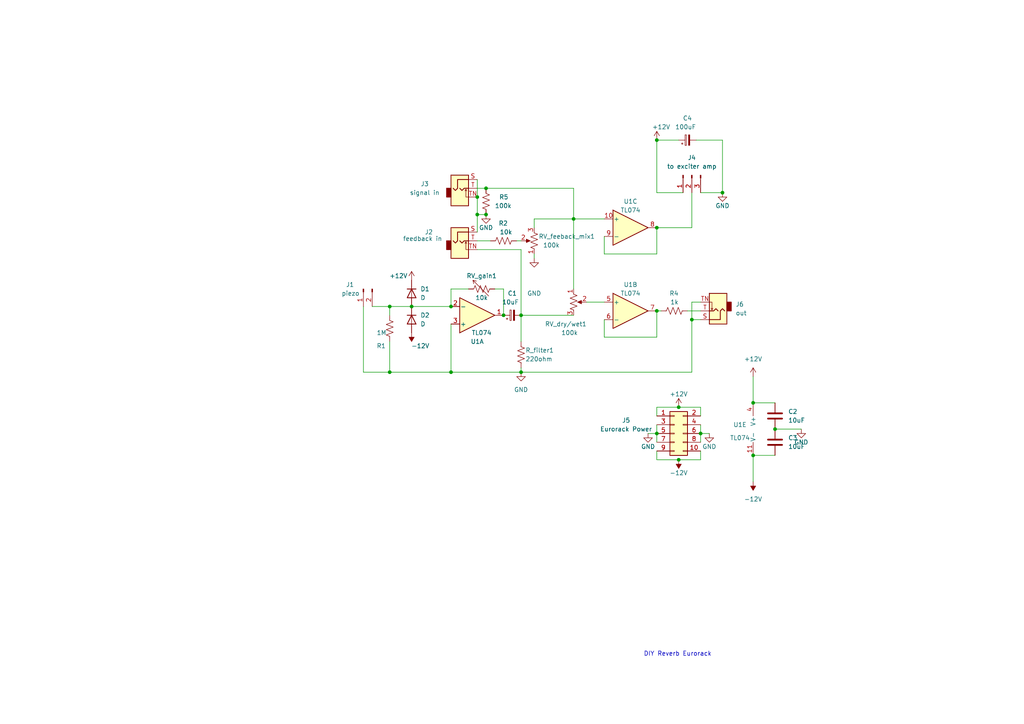
<source format=kicad_sch>
(kicad_sch (version 20211123) (generator eeschema)
  (paper "A4")
  (lib_symbols
    (symbol "Amplifier_Operational:TL074" (pin_names (offset 0.127))
      (property "Reference" "U" (at 0 5.08 0))
      (property "Value" "TL074" (at 0 -5.08 0))
      (symbol "TL074_1_1"
        (polyline (pts (xy -5.08 5.08) (xy 5.08 0) (xy -5.08 -5.08) (xy -5.08 5.08)) (stroke (width 0.254)) (fill (type background)))
        (pin output line (at 7.62 0 180) (length 2.54) (name "~") (number "1"))
        (pin input line (at -7.62 -2.54 0) (length 2.54) (name "-") (number "2"))
        (pin input line (at -7.62 2.54 0) (length 2.54) (name "+") (number "3"))
      )
      (symbol "TL074_2_1"
        (polyline (pts (xy -5.08 5.08) (xy 5.08 0) (xy -5.08 -5.08) (xy -5.08 5.08)) (stroke (width 0.254)) (fill (type background)))
        (pin input line (at -7.62 2.54 0) (length 2.54) (name "+") (number "5"))
        (pin input line (at -7.62 -2.54 0) (length 2.54) (name "-") (number "6"))
        (pin output line (at 7.62 0 180) (length 2.54) (name "~") (number "7"))
      )
      (symbol "TL074_3_1"
        (polyline (pts (xy -5.08 5.08) (xy 5.08 0) (xy -5.08 -5.08) (xy -5.08 5.08)) (stroke (width 0.254)) (fill (type background)))
        (pin input line (at -7.62 2.54 0) (length 2.54) (name "+") (number "10"))
        (pin output line (at 7.62 0 180) (length 2.54) (name "~") (number "8"))
        (pin input line (at -7.62 -2.54 0) (length 2.54) (name "-") (number "9"))
      )
      (symbol "TL074_4_1"
        (polyline (pts (xy -5.08 5.08) (xy 5.08 0) (xy -5.08 -5.08) (xy -5.08 5.08)) (stroke (width 0.254)) (fill (type background)))
        (pin input line (at -7.62 2.54 0) (length 2.54) (name "+") (number "12"))
        (pin input line (at -7.62 -2.54 0) (length 2.54) (name "-") (number "13"))
        (pin output line (at 7.62 0 180) (length 2.54) (name "~") (number "14"))
      )
      (symbol "TL074_5_1"
        (pin power_in line (at -2.54 -7.62 90) (length 3.81) (name "V-") (number "11"))
        (pin power_in line (at -2.54 7.62 270) (length 3.81) (name "V+") (number "4"))
      )
    )
    (symbol "Connector:AudioJack2_SwitchT"
      (property "Reference" "J" (at 0 8.89 0))
      (property "Value" "AudioJack2_SwitchT" (at 0 6.35 0))
      (symbol "AudioJack2_SwitchT_0_1"
        (rectangle (start -2.54 0) (end -3.81 -2.54) (stroke (width 0.254)) (fill (type outline)))
        (polyline (pts (xy 1.778 -0.254) (xy 2.032 -0.762)))
        (polyline (pts (xy 0 0) (xy 0.635 -0.635) (xy 1.27 0) (xy 2.54 0)) (stroke (width 0.254)))
        (polyline (pts (xy 2.54 -2.54) (xy 1.778 -2.54) (xy 1.778 -0.254) (xy 1.524 -0.762)))
        (polyline (pts (xy 2.54 2.54) (xy -0.635 2.54) (xy -0.635 0) (xy -1.27 -0.635) (xy -1.905 0)) (stroke (width 0.254)))
        (rectangle (start 2.54 3.81) (end -2.54 -5.08) (stroke (width 0.254)) (fill (type background)))
      )
      (symbol "AudioJack2_SwitchT_1_1"
        (pin passive line (at 5.08 2.54 180) (length 2.54) (name "~") (number "S"))
        (pin passive line (at 5.08 0 180) (length 2.54) (name "~") (number "T"))
        (pin passive line (at 5.08 -2.54 180) (length 2.54) (name "~") (number "TN"))
      )
    )
    (symbol "Connector:Conn_01x02_Male" (pin_names (offset 1.016) hide)
      (property "Reference" "J" (at 0 2.54 0))
      (property "Value" "Conn_01x02_Male" (at 0 -5.08 0))
      (symbol "Conn_01x02_Male_1_1"
        (polyline (pts (xy 1.27 -2.54) (xy 0.8636 -2.54)) (stroke (width 0.1524)))
        (polyline (pts (xy 1.27 0) (xy 0.8636 0)) (stroke (width 0.1524)))
        (rectangle (start 0.8636 -2.413) (end 0 -2.667) (stroke (width 0.1524)) (fill (type outline)))
        (rectangle (start 0.8636 0.127) (end 0 -0.127) (stroke (width 0.1524)) (fill (type outline)))
        (pin passive line (at 5.08 0 180) (length 3.81) (name "Pin_1") (number "1"))
        (pin passive line (at 5.08 -2.54 180) (length 3.81) (name "Pin_2") (number "2"))
      )
    )
    (symbol "Connector:Conn_01x03_Male" (pin_names (offset 1.016) hide)
      (property "Reference" "J" (at 0 5.08 0))
      (property "Value" "Conn_01x03_Male" (at 0 -5.08 0))
      (symbol "Conn_01x03_Male_1_1"
        (polyline (pts (xy 1.27 -2.54) (xy 0.8636 -2.54)) (stroke (width 0.1524)))
        (polyline (pts (xy 1.27 0) (xy 0.8636 0)) (stroke (width 0.1524)))
        (polyline (pts (xy 1.27 2.54) (xy 0.8636 2.54)) (stroke (width 0.1524)))
        (rectangle (start 0.8636 -2.413) (end 0 -2.667) (stroke (width 0.1524)) (fill (type outline)))
        (rectangle (start 0.8636 0.127) (end 0 -0.127) (stroke (width 0.1524)) (fill (type outline)))
        (rectangle (start 0.8636 2.667) (end 0 2.413) (stroke (width 0.1524)) (fill (type outline)))
        (pin passive line (at 5.08 2.54 180) (length 3.81) (name "Pin_1") (number "1"))
        (pin passive line (at 5.08 0 180) (length 3.81) (name "Pin_2") (number "2"))
        (pin passive line (at 5.08 -2.54 180) (length 3.81) (name "Pin_3") (number "3"))
      )
    )
    (symbol "Connector_Generic:Conn_02x05_Odd_Even" (pin_names (offset 1.016) hide)
      (property "Reference" "J" (at 1.27 7.62 0))
      (property "Value" "Conn_02x05_Odd_Even" (at 1.27 -7.62 0))
      (symbol "Conn_02x05_Odd_Even_1_1"
        (rectangle (start -1.27 -4.953) (end 0 -5.207) (stroke (width 0.1524)))
        (rectangle (start -1.27 -2.413) (end 0 -2.667) (stroke (width 0.1524)))
        (rectangle (start -1.27 0.127) (end 0 -0.127) (stroke (width 0.1524)))
        (rectangle (start -1.27 2.667) (end 0 2.413) (stroke (width 0.1524)))
        (rectangle (start -1.27 5.207) (end 0 4.953) (stroke (width 0.1524)))
        (rectangle (start -1.27 6.35) (end 3.81 -6.35) (stroke (width 0.254)) (fill (type background)))
        (rectangle (start 3.81 -4.953) (end 2.54 -5.207) (stroke (width 0.1524)))
        (rectangle (start 3.81 -2.413) (end 2.54 -2.667) (stroke (width 0.1524)))
        (rectangle (start 3.81 0.127) (end 2.54 -0.127) (stroke (width 0.1524)))
        (rectangle (start 3.81 2.667) (end 2.54 2.413) (stroke (width 0.1524)))
        (rectangle (start 3.81 5.207) (end 2.54 4.953) (stroke (width 0.1524)))
        (pin passive line (at -5.08 5.08 0) (length 3.81) (name "Pin_1") (number "1"))
        (pin passive line (at 7.62 -5.08 180) (length 3.81) (name "Pin_10") (number "10"))
        (pin passive line (at 7.62 5.08 180) (length 3.81) (name "Pin_2") (number "2"))
        (pin passive line (at -5.08 2.54 0) (length 3.81) (name "Pin_3") (number "3"))
        (pin passive line (at 7.62 2.54 180) (length 3.81) (name "Pin_4") (number "4"))
        (pin passive line (at -5.08 0 0) (length 3.81) (name "Pin_5") (number "5"))
        (pin passive line (at 7.62 0 180) (length 3.81) (name "Pin_6") (number "6"))
        (pin passive line (at -5.08 -2.54 0) (length 3.81) (name "Pin_7") (number "7"))
        (pin passive line (at 7.62 -2.54 180) (length 3.81) (name "Pin_8") (number "8"))
        (pin passive line (at -5.08 -5.08 0) (length 3.81) (name "Pin_9") (number "9"))
      )
    )
    (symbol "Device:C" (pin_numbers hide) (pin_names (offset 0.254))
      (property "Reference" "C" (at 0.635 2.54 0))
      (property "Value" "C" (at 0.635 -2.54 0))
      (symbol "C_0_1"
        (polyline (pts (xy -2.032 -0.762) (xy 2.032 -0.762)) (stroke (width 0.508)))
        (polyline (pts (xy -2.032 0.762) (xy 2.032 0.762)) (stroke (width 0.508)))
      )
      (symbol "C_1_1"
        (pin passive line (at 0 3.81 270) (length 2.794) (name "~") (number "1"))
        (pin passive line (at 0 -3.81 90) (length 2.794) (name "~") (number "2"))
      )
    )
    (symbol "Device:C_Polarized_Small" (pin_numbers hide) (pin_names (offset 0.254) hide)
      (property "Reference" "C" (at 0.254 1.778 0))
      (property "Value" "C_Polarized_Small" (at 0.254 -2.032 0))
      (symbol "C_Polarized_Small_0_1"
        (rectangle (start -1.524 -0.3048) (end 1.524 -0.6858) (fill (type outline)))
        (rectangle (start -1.524 0.6858) (end 1.524 0.3048))
        (polyline (pts (xy -1.27 1.524) (xy -0.762 1.524)))
        (polyline (pts (xy -1.016 1.27) (xy -1.016 1.778)))
      )
      (symbol "C_Polarized_Small_1_1"
        (pin passive line (at 0 2.54 270) (length 1.8542) (name "~") (number "1"))
        (pin passive line (at 0 -2.54 90) (length 1.8542) (name "~") (number "2"))
      )
    )
    (symbol "Device:D" (pin_numbers hide) (pin_names (offset 1.016) hide)
      (property "Reference" "D" (at 0 2.54 0))
      (property "Value" "D" (at 0 -2.54 0))
      (symbol "D_0_1"
        (polyline (pts (xy -1.27 1.27) (xy -1.27 -1.27)) (stroke (width 0.254)))
        (polyline (pts (xy 1.27 0) (xy -1.27 0)))
        (polyline (pts (xy 1.27 1.27) (xy 1.27 -1.27) (xy -1.27 0) (xy 1.27 1.27)) (stroke (width 0.254)))
      )
      (symbol "D_1_1"
        (pin passive line (at -3.81 0 0) (length 2.54) (name "K") (number "1"))
        (pin passive line (at 3.81 0 180) (length 2.54) (name "A") (number "2"))
      )
    )
    (symbol "Device:R_Potentiometer_US" (pin_names (offset 1.016) hide)
      (property "Reference" "RV" (at -4.445 0 90))
      (property "Value" "R_Potentiometer_US" (at -2.54 0 90))
      (symbol "R_Potentiometer_US_0_1"
        (polyline (pts (xy 0 -2.286) (xy 0 -2.54)))
        (polyline (pts (xy 0 2.54) (xy 0 2.286)))
        (polyline (pts (xy 2.54 0) (xy 1.524 0)))
        (polyline (pts (xy 1.143 0) (xy 2.286 0.508) (xy 2.286 -0.508) (xy 1.143 0)) (fill (type outline)))
        (polyline (pts (xy 0 -0.762) (xy 1.016 -1.143) (xy 0 -1.524) (xy -1.016 -1.905) (xy 0 -2.286)))
        (polyline (pts (xy 0 0.762) (xy 1.016 0.381) (xy 0 0) (xy -1.016 -0.381) (xy 0 -0.762)))
        (polyline (pts (xy 0 2.286) (xy 1.016 1.905) (xy 0 1.524) (xy -1.016 1.143) (xy 0 0.762)))
      )
      (symbol "R_Potentiometer_US_1_1"
        (pin passive line (at 0 3.81 270) (length 1.27) (name "1") (number "1"))
        (pin passive line (at 3.81 0 180) (length 1.27) (name "2") (number "2"))
        (pin passive line (at 0 -3.81 90) (length 1.27) (name "3") (number "3"))
      )
    )
    (symbol "Device:R_US" (pin_numbers hide) (pin_names (offset 0))
      (property "Reference" "R" (at 2.54 0 90))
      (property "Value" "R_US" (at -2.54 0 90))
      (symbol "R_US_0_1"
        (polyline (pts (xy 0 -2.286) (xy 0 -2.54)))
        (polyline (pts (xy 0 2.286) (xy 0 2.54)))
        (polyline (pts (xy 0 -0.762) (xy 1.016 -1.143) (xy 0 -1.524) (xy -1.016 -1.905) (xy 0 -2.286)))
        (polyline (pts (xy 0 0.762) (xy 1.016 0.381) (xy 0 0) (xy -1.016 -0.381) (xy 0 -0.762)))
        (polyline (pts (xy 0 2.286) (xy 1.016 1.905) (xy 0 1.524) (xy -1.016 1.143) (xy 0 0.762)))
      )
      (symbol "R_US_1_1"
        (pin passive line (at 0 3.81 270) (length 1.27) (name "~") (number "1"))
        (pin passive line (at 0 -3.81 90) (length 1.27) (name "~") (number "2"))
      )
    )
    (symbol "Device:R_Variable_US" (pin_numbers hide) (pin_names (offset 0))
      (property "Reference" "R" (at 2.54 -2.54 90))
      (property "Value" "R_Variable_US" (at -2.54 -1.27 90))
      (symbol "R_Variable_US_0_1"
        (polyline (pts (xy 0 -2.286) (xy 0 -2.54)))
        (polyline (pts (xy 0 2.286) (xy 0 2.54)))
        (polyline (pts (xy 0 -0.762) (xy 1.016 -1.143) (xy 0 -1.524) (xy -1.016 -1.905) (xy 0 -2.286)))
        (polyline (pts (xy 0 0.762) (xy 1.016 0.381) (xy 0 0) (xy -1.016 -0.381) (xy 0 -0.762)))
        (polyline (pts (xy 0 2.286) (xy 1.016 1.905) (xy 0 1.524) (xy -1.016 1.143) (xy 0 0.762)) (stroke (width 0.1524)))
        (polyline (pts (xy 2.286 1.524) (xy 2.54 2.54) (xy 1.524 2.286) (xy 2.54 2.54) (xy -2.032 -2.032)) (stroke (width 0.1524)))
      )
      (symbol "R_Variable_US_1_1"
        (pin passive line (at 0 3.81 270) (length 1.27) (name "~") (number "1"))
        (pin passive line (at 0 -3.81 90) (length 1.27) (name "~") (number "2"))
      )
    )
    (symbol "power:+12V" (power) (pin_names (offset 0))
      (property "Value" "+12V" (at 0 3.556 0))
      (symbol "+12V_0_1"
        (polyline (pts (xy -0.762 1.27) (xy 0 2.54)))
        (polyline (pts (xy 0 0) (xy 0 2.54)))
        (polyline (pts (xy 0 2.54) (xy 0.762 1.27)))
      )
      (symbol "+12V_1_1"
        (pin power_in line (at 0 0 90) (length 0) hide (name "+12V") (number "1"))
      )
    )
    (symbol "power:-12V" (power) (pin_names (offset 0))
      (property "Value" "-12V" (at 0 3.81 0))
      (symbol "-12V_0_0"
        (pin power_in line (at 0 0 90) (length 0) hide (name "-12V") (number "1"))
      )
      (symbol "-12V_0_1"
        (polyline (pts (xy 0 0) (xy 0 1.27) (xy 0.762 1.27) (xy 0 2.54) (xy -0.762 1.27) (xy 0 1.27)) (fill (type outline)))
      )
    )
    (symbol "power:GND" (power) (pin_names (offset 0))
      (property "Value" "GND" (at 0 -3.81 0))
      (symbol "GND_0_1"
        (polyline (pts (xy 0 0) (xy 0 -1.27) (xy 1.27 -1.27) (xy 0 -2.54) (xy -1.27 -1.27) (xy 0 -1.27)))
      )
      (symbol "GND_1_1"
        (pin power_in line (at 0 0 270) (length 0) hide (name "GND") (number "1"))
      )
    )
  )
  (junction (at 119.38 88.9))
  (junction (at 138.43 57.15))
  (junction (at 218.44 132.08))
  (junction (at 190.5 125.73))
  (junction (at 140.97 62.23))
  (junction (at 140.97 54.61))
  (junction (at 196.85 118.11))
  (junction (at 190.5 40.64))
  (junction (at 196.85 133.35))
  (junction (at 151.13 107.95))
  (junction (at 224.79 124.46))
  (junction (at 209.55 55.88))
  (junction (at 146.05 91.44))
  (junction (at 113.03 107.95))
  (junction (at 166.37 63.5))
  (junction (at 138.43 62.23))
  (junction (at 130.81 107.95))
  (junction (at 190.5 66.04))
  (junction (at 151.13 91.44))
  (junction (at 130.81 88.9))
  (junction (at 200.66 92.71))
  (junction (at 203.2 125.73))
  (junction (at 113.03 88.9))
  (junction (at 190.5 90.17))
  (junction (at 218.44 116.84))
  (wire (pts (xy 200.66 92.71) (xy 203.2 92.71)))
  (wire (pts (xy 138.43 57.15) (xy 138.43 62.23)))
  (wire (pts (xy 190.5 90.17) (xy 191.77 90.17)))
  (wire (pts (xy 144.78 91.44) (xy 146.05 91.44)))
  (wire (pts (xy 138.43 72.39) (xy 151.13 72.39)))
  (wire (pts (xy 166.37 54.61) (xy 166.37 63.5)))
  (wire (pts (xy 113.03 91.44) (xy 113.03 88.9)))
  (wire (pts (xy 154.94 63.5) (xy 154.94 66.04)))
  (wire (pts (xy 190.5 125.73) (xy 190.5 128.27)))
  (wire (pts (xy 151.13 107.95) (xy 200.66 107.95)))
  (wire (pts (xy 113.03 88.9) (xy 119.38 88.9)))
  (wire (pts (xy 166.37 63.5) (xy 166.37 83.82)))
  (wire (pts (xy 151.13 107.95) (xy 151.13 106.68)))
  (wire (pts (xy 130.81 107.95) (xy 151.13 107.95)))
  (wire (pts (xy 138.43 62.23) (xy 138.43 67.31)))
  (wire (pts (xy 190.5 118.11) (xy 196.85 118.11)))
  (wire (pts (xy 196.85 40.64) (xy 190.5 40.64)))
  (wire (pts (xy 130.81 83.82) (xy 135.89 83.82)))
  (wire (pts (xy 154.94 63.5) (xy 166.37 63.5)))
  (wire (pts (xy 119.38 88.9) (xy 130.81 88.9)))
  (wire (pts (xy 142.24 69.85) (xy 138.43 69.85)))
  (wire (pts (xy 154.94 74.93) (xy 154.94 73.66)))
  (wire (pts (xy 218.44 132.08) (xy 224.79 132.08)))
  (wire (pts (xy 143.51 83.82) (xy 146.05 83.82)))
  (wire (pts (xy 149.86 69.85) (xy 151.13 69.85)))
  (wire (pts (xy 146.05 91.44) (xy 146.05 83.82)))
  (wire (pts (xy 203.2 118.11) (xy 203.2 120.65)))
  (wire (pts (xy 203.2 55.88) (xy 209.55 55.88)))
  (wire (pts (xy 196.85 133.35) (xy 203.2 133.35)))
  (wire (pts (xy 209.55 55.88) (xy 209.55 40.64)))
  (wire (pts (xy 170.18 87.63) (xy 175.26 87.63)))
  (wire (pts (xy 175.26 73.66) (xy 190.5 73.66)))
  (wire (pts (xy 175.26 97.79) (xy 175.26 92.71)))
  (wire (pts (xy 201.93 40.64) (xy 209.55 40.64)))
  (wire (pts (xy 199.39 90.17) (xy 203.2 90.17)))
  (wire (pts (xy 203.2 123.19) (xy 203.2 125.73)))
  (wire (pts (xy 218.44 132.08) (xy 218.44 139.7)))
  (wire (pts (xy 203.2 87.63) (xy 200.66 87.63)))
  (wire (pts (xy 151.13 91.44) (xy 166.37 91.44)))
  (wire (pts (xy 175.26 97.79) (xy 190.5 97.79)))
  (wire (pts (xy 218.44 116.84) (xy 224.79 116.84)))
  (wire (pts (xy 200.66 66.04) (xy 190.5 66.04)))
  (wire (pts (xy 190.5 73.66) (xy 190.5 66.04)))
  (wire (pts (xy 200.66 92.71) (xy 200.66 107.95)))
  (wire (pts (xy 190.5 123.19) (xy 190.5 125.73)))
  (wire (pts (xy 175.26 68.58) (xy 175.26 73.66)))
  (wire (pts (xy 218.44 109.22) (xy 218.44 116.84)))
  (wire (pts (xy 190.5 40.64) (xy 190.5 55.88)))
  (wire (pts (xy 138.43 62.23) (xy 140.97 62.23)))
  (wire (pts (xy 130.81 93.98) (xy 130.81 107.95)))
  (wire (pts (xy 200.66 55.88) (xy 200.66 66.04)))
  (wire (pts (xy 113.03 99.06) (xy 113.03 107.95)))
  (wire (pts (xy 107.95 88.9) (xy 113.03 88.9)))
  (wire (pts (xy 190.5 130.81) (xy 190.5 133.35)))
  (wire (pts (xy 203.2 125.73) (xy 203.2 128.27)))
  (wire (pts (xy 105.41 107.95) (xy 113.03 107.95)))
  (wire (pts (xy 196.85 118.11) (xy 203.2 118.11)))
  (wire (pts (xy 140.97 54.61) (xy 166.37 54.61)))
  (wire (pts (xy 130.81 88.9) (xy 130.81 83.82)))
  (wire (pts (xy 203.2 133.35) (xy 203.2 130.81)))
  (wire (pts (xy 113.03 107.95) (xy 130.81 107.95)))
  (wire (pts (xy 105.41 88.9) (xy 105.41 107.95)))
  (wire (pts (xy 151.13 99.06) (xy 151.13 91.44)))
  (wire (pts (xy 138.43 52.07) (xy 138.43 57.15)))
  (wire (pts (xy 190.5 90.17) (xy 190.5 97.79)))
  (wire (pts (xy 138.43 54.61) (xy 140.97 54.61)))
  (wire (pts (xy 166.37 63.5) (xy 175.26 63.5)))
  (wire (pts (xy 151.13 72.39) (xy 151.13 91.44)))
  (wire (pts (xy 187.96 125.73) (xy 190.5 125.73)))
  (wire (pts (xy 205.74 125.73) (xy 203.2 125.73)))
  (wire (pts (xy 200.66 87.63) (xy 200.66 92.71)))
  (wire (pts (xy 190.5 120.65) (xy 190.5 118.11)))
  (wire (pts (xy 224.79 124.46) (xy 232.41 124.46)))
  (wire (pts (xy 190.5 55.88) (xy 198.12 55.88)))
  (wire (pts (xy 190.5 133.35) (xy 196.85 133.35)))
  (text "DIY Reverb Eurorack" (at 186.69 190.5 0) (effects (font (size 1.27 1.27)) (justify left bottom)))
  (symbol (lib_id "power:+12V") (at 218.44 109.22 0) (unit 1)
    (property "Reference" "#PWR0112" (effects hide))
    (property "Value" "+12V" (at 218.44 104.14 0))
  )
  (symbol (lib_id "power:+12V") (at 190.5 40.64 0) (mirror y) (unit 1)
    (property "Reference" "#PWR0105" (effects hide))
    (property "Value" "+12V" (at 191.77 36.83 0))
  )
  (symbol (lib_id "Device:R_Variable_US") (at 139.7 83.82 90) (unit 1)
    (property "Reference" "RV_gain1" (at 139.7 80.01 90))
    (property "Value" "10k" (at 139.7 86.36 90))
    (property "Footprint" "Potentiometer_THT:Potentiometer_Alps_RK09K_Single_Vertical" (effects hide))
  )
  (symbol (lib_id "Connector:Conn_01x02_Male") (at 105.41 83.82 90) (mirror x) (unit 1)
    (property "Reference" "J1" (at 100.33 82.55 90) (effects (justify right)))
    (property "Value" "piezo" (at 99.06 85.09 90) (effects (justify right)))
    (property "Footprint" "Connector_PinHeader_2.54mm:PinHeader_1x02_P2.54mm_Vertical" (effects hide))
  )
  (symbol (lib_id "Device:D") (at 119.38 92.71 270) (unit 1)
    (property "Reference" "D2" (at 121.92 91.44 90) (effects (justify left)))
    (property "Value" "D" (at 121.92 93.98 90) (effects (justify left)))
    (property "Footprint" "Diode_THT:D_A-405_P7.62mm_Horizontal" (effects hide))
  )
  (symbol (lib_id "power:GND") (at 187.96 125.73 0) (unit 1)
    (property "Reference" "#PWR0108" (effects hide))
    (property "Value" "GND" (at 187.96 129.54 0))
  )
  (symbol (lib_id "power:-12V") (at 196.85 133.35 180) (unit 1)
    (property "Reference" "#PWR0113" (effects hide))
    (property "Value" "-12V" (at 196.85 137.16 0))
  )
  (symbol (lib_id "power:GND") (at 232.41 124.46 0) (unit 1)
    (property "Reference" "#PWR0114" (effects hide))
    (property "Value" "GND" (at 232.41 128.27 0))
  )
  (symbol (lib_id "Connector:Conn_01x03_Male") (at 200.66 50.8 90) (mirror x) (unit 1)
    (property "Reference" "J4" (at 200.66 45.72 90))
    (property "Value" "to exciter amp" (at 200.66 48.26 90))
    (property "Footprint" "Connector_PinHeader_2.54mm:PinHeader_1x03_P2.54mm_Vertical" (effects hide))
  )
  (symbol (lib_id "Connector:AudioJack2_SwitchT") (at 208.28 90.17 180) (unit 1)
    (property "Reference" "J6" (at 213.36 88.2649 0) (effects (justify right)))
    (property "Value" "out" (at 213.36 90.8049 0) (effects (justify right)))
    (property "Footprint" "Connector_Audio:Jack_3.5mm_QingPu_WQP-PJ398SM_Vertical_CircularHoles" (effects hide))
  )
  (symbol (lib_id "Device:R_Potentiometer_US") (at 154.94 69.85 180) (unit 1)
    (property "Reference" "RV_feeback_mix1" (at 156.21 68.58 0) (effects (justify right)))
    (property "Value" "100k" (at 157.48 71.12 0) (effects (justify right)))
    (property "Footprint" "Potentiometer_THT:Potentiometer_Alps_RK09K_Single_Vertical" (effects hide))
  )
  (symbol (lib_id "power:GND") (at 209.55 55.88 0) (unit 1)
    (property "Reference" "#PWR0106" (effects hide))
    (property "Value" "GND" (at 209.55 59.69 0))
  )
  (symbol (lib_id "power:+12V") (at 196.85 118.11 0) (unit 1)
    (property "Reference" "#PWR0111" (effects hide))
    (property "Value" "+12V" (at 196.85 114.3 0))
  )
  (symbol (lib_id "Device:R_US") (at 140.97 58.42 0) (unit 1)
    (property "Reference" "R5" (at 144.78 57.15 0) (effects (justify left)))
    (property "Value" "100k" (at 143.51 59.69 0) (effects (justify left)))
    (property "Footprint" "Resistor_THT:R_Axial_DIN0207_L6.3mm_D2.5mm_P7.62mm_Horizontal" (effects hide))
  )
  (symbol (lib_id "power:-12V") (at 218.44 139.7 180) (unit 1)
    (property "Reference" "#PWR0109" (effects hide))
    (property "Value" "-12V" (at 218.44 144.78 0))
  )
  (symbol (lib_id "Device:R_US") (at 113.03 95.25 0) (unit 1)
    (property "Reference" "R1" (at 109.22 100.33 0) (effects (justify left)))
    (property "Value" "1M" (at 109.22 96.52 0) (effects (justify left)))
    (property "Footprint" "Resistor_THT:R_Axial_DIN0207_L6.3mm_D2.5mm_P7.62mm_Horizontal" (effects hide))
  )
  (symbol (lib_id "Amplifier_Operational:TL074") (at 182.88 90.17 0) (unit 2)
    (property "Reference" "U1" (at 182.88 82.55 0))
    (property "Value" "TL074" (at 182.88 85.09 0))
    (property "Footprint" "Package_DIP:DIP-14_W7.62mm" (effects hide))
    (property "Datasheet" "http://www.ti.com/lit/ds/symlink/tl071.pdf" (effects hide))
  )
  (symbol (lib_id "Device:C") (at 224.79 120.65 0) (unit 1)
    (property "Reference" "C2" (at 228.6 119.3799 0) (effects (justify left)))
    (property "Value" "10uF" (at 228.6 121.9199 0) (effects (justify left)))
    (property "Footprint" "Capacitor_THT:C_Rect_L10.0mm_W2.5mm_P7.50mm_MKS4" (effects hide))
  )
  (symbol (lib_id "power:-12V") (at 119.38 96.52 180) (unit 1)
    (property "Reference" "#PWR0103" (effects hide))
    (property "Value" "-12V" (at 121.92 100.33 0))
  )
  (symbol (lib_id "power:GND") (at 154.94 74.93 0) (unit 1)
    (property "Reference" "#PWR0101" (effects hide))
    (property "Value" "GND" (at 154.94 85.09 0))
  )
  (symbol (lib_id "power:GND") (at 140.97 62.23 0) (unit 1)
    (property "Reference" "#PWR0107" (effects hide))
    (property "Value" "GND" (at 140.97 66.04 0))
  )
  (symbol (lib_id "Connector:AudioJack2_SwitchT") (at 133.35 69.85 0) (unit 1)
    (property "Reference" "J2" (at 123.19 67.31 0) (effects (justify left)))
    (property "Value" "feedback in" (at 128.27 69.2151 0) (effects (justify right)))
    (property "Footprint" "Connector_Audio:Jack_3.5mm_QingPu_WQP-PJ398SM_Vertical_CircularHoles" (effects hide))
  )
  (symbol (lib_id "Device:R_US") (at 146.05 69.85 90) (unit 1)
    (property "Reference" "R2" (at 147.32 64.77 90) (effects (justify left)))
    (property "Value" "10k" (at 148.59 67.31 90) (effects (justify left)))
    (property "Footprint" "Resistor_THT:R_Axial_DIN0207_L6.3mm_D2.5mm_P7.62mm_Horizontal" (effects hide))
  )
  (symbol (lib_id "Connector:AudioJack2_SwitchT") (at 133.35 54.61 0) (unit 1)
    (property "Reference" "J3" (at 123.19 53.34 0))
    (property "Value" "signal in" (at 123.19 55.88 0))
    (property "Footprint" "Connector_Audio:Jack_3.5mm_QingPu_WQP-PJ398SM_Vertical_CircularHoles" (effects hide))
  )
  (symbol (lib_id "Device:R_Potentiometer_US") (at 166.37 87.63 0) (unit 1)
    (property "Reference" "RV_dry/wet1" (at 170.18 93.98 0) (effects (justify right)))
    (property "Value" "100k" (at 167.64 96.52 0) (effects (justify right)))
    (property "Footprint" "Potentiometer_THT:Potentiometer_Alps_RK09K_Single_Vertical" (effects hide))
  )
  (symbol (lib_id "Device:R_US") (at 195.58 90.17 90) (unit 1)
    (property "Reference" "R4" (at 196.85 85.09 90) (effects (justify left)))
    (property "Value" "1k" (at 196.85 87.63 90) (effects (justify left)))
    (property "Footprint" "Resistor_THT:R_Axial_DIN0207_L6.3mm_D2.5mm_P7.62mm_Horizontal" (effects hide))
  )
  (symbol (lib_id "Amplifier_Operational:TL074") (at 182.88 66.04 0) (unit 3)
    (property "Reference" "U1" (at 182.88 58.42 0))
    (property "Value" "TL074" (at 182.88 60.96 0))
    (property "Footprint" "Package_DIP:DIP-14_W7.62mm" (effects hide))
    (property "Datasheet" "http://www.ti.com/lit/ds/symlink/tl071.pdf" (effects hide))
  )
  (symbol (lib_id "power:+12V") (at 119.38 81.28 0) (unit 1)
    (property "Reference" "#PWR0102" (effects hide))
    (property "Value" "+12V" (at 115.57 80.01 0))
  )
  (symbol (lib_id "Amplifier_Operational:TL074") (at 220.98 124.46 0) (unit 5)
    (property "Reference" "U1" (at 214.63 123.19 0))
    (property "Value" "TL074" (at 214.63 127 0))
    (property "Footprint" "Package_DIP:DIP-14_W7.62mm" (effects hide))
    (property "Datasheet" "http://www.ti.com/lit/ds/symlink/tl071.pdf" (effects hide))
  )
  (symbol (lib_id "Connector_Generic:Conn_02x05_Odd_Even") (at 195.58 125.73 0) (unit 1)
    (property "Reference" "J5" (at 181.61 121.92 0))
    (property "Value" "Eurorack Power" (at 181.61 124.46 0))
    (property "Footprint" "Connector_PinHeader_2.54mm:PinHeader_2x05_P2.54mm_Vertical" (effects hide))
  )
  (symbol (lib_id "Device:C_Polarized_Small") (at 199.39 40.64 90) (unit 1)
    (property "Reference" "C4" (at 199.39 34.29 90))
    (property "Value" "100uF" (at 198.8439 36.83 90))
    (property "Footprint" "Capacitor_THT:CP_Radial_D5.0mm_P2.50mm" (effects hide))
  )
  (symbol (lib_id "Device:D") (at 119.38 85.09 270) (unit 1)
    (property "Reference" "D1" (at 121.92 83.82 90) (effects (justify left)))
    (property "Value" "D" (at 121.92 86.36 90) (effects (justify left)))
    (property "Footprint" "Diode_THT:D_A-405_P7.62mm_Horizontal" (effects hide))
  )
  (symbol (lib_id "power:GND") (at 151.13 107.95 0) (unit 1)
    (property "Reference" "#PWR0104" (effects hide))
    (property "Value" "GND" (at 151.13 113.03 0))
  )
  (symbol (lib_id "Amplifier_Operational:TL074") (at 138.43 91.44 0) (mirror x) (unit 1)
    (property "Reference" "U1" (at 138.43 99.06 0))
    (property "Value" "TL074" (at 139.7 96.52 0))
    (property "Footprint" "Package_DIP:DIP-14_W7.62mm" (effects hide))
    (property "Datasheet" "http://www.ti.com/lit/ds/symlink/tl071.pdf" (effects hide))
  )
  (symbol (lib_id "Device:C") (at 224.79 128.27 180) (unit 1)
    (property "Reference" "C3" (at 228.6 126.9999 0) (effects (justify right)))
    (property "Value" "10uF" (at 228.6 129.5399 0) (effects (justify right)))
    (property "Footprint" "Capacitor_THT:C_Rect_L10.0mm_W2.5mm_P7.50mm_MKS4" (effects hide))
  )
  (symbol (lib_id "Device:C_Polarized_Small") (at 148.59 91.44 90) (unit 1)
    (property "Reference" "C1" (at 148.59 85.09 90))
    (property "Value" "10uF" (at 148.0439 87.63 90))
    (property "Footprint" "Capacitor_THT:CP_Radial_D5.0mm_P2.50mm" (effects hide))
  )
  (symbol (lib_id "Device:R_US") (at 151.13 102.87 0) (unit 1)
    (property "Reference" "R_filter1" (at 152.4 101.6 0) (effects (justify left)))
    (property "Value" "220ohm" (at 152.4 104.14 0) (effects (justify left)))
    (property "Footprint" "Resistor_THT:R_Axial_DIN0207_L6.3mm_D2.5mm_P7.62mm_Horizontal" (effects hide))
  )
  (symbol (lib_id "power:GND") (at 205.74 125.73 0) (unit 1)
    (property "Reference" "#PWR0110" (effects hide))
    (property "Value" "GND" (at 205.74 129.54 0))
  )
)
</source>
